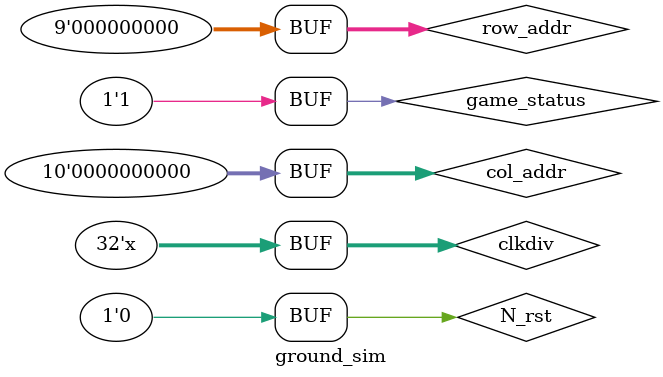
<source format=v>
`timescale 1ns / 1ps


module ground_sim;

	// Inputs
	reg [31:0] clkdiv;
	reg N_rst;
	reg [8:0] row_addr;
	reg [9:0] col_addr;
	reg game_status;

	// Outputs
	wire [5:0] ground_position;
	wire [3:0] speed;
	wire px;

	// Instantiate the Unit Under Test (UUT)
	Ground uut (
		.clkdiv(clkdiv), 
		.N_rst(N_rst), 
		.row_addr(row_addr), 
		.col_addr(col_addr), 
		.ground_position(ground_position), 
		.game_status(game_status), 
		.speed(speed), 
		.px(px)
	);

	initial begin
		// Initialize Inputs
		clkdiv = 0;
		N_rst = 0;
		row_addr = 0;
		col_addr = 0;
		game_status = 0;

		// Wait 100 ns for global reset to finish
		#100;
        game_status =1;
        
		// Add stimulus here

	end
    
    
    always begin
		clkdiv = clkdiv+1'b1; #10;
		//CLK = 1; #10;
	end
      
endmodule


</source>
